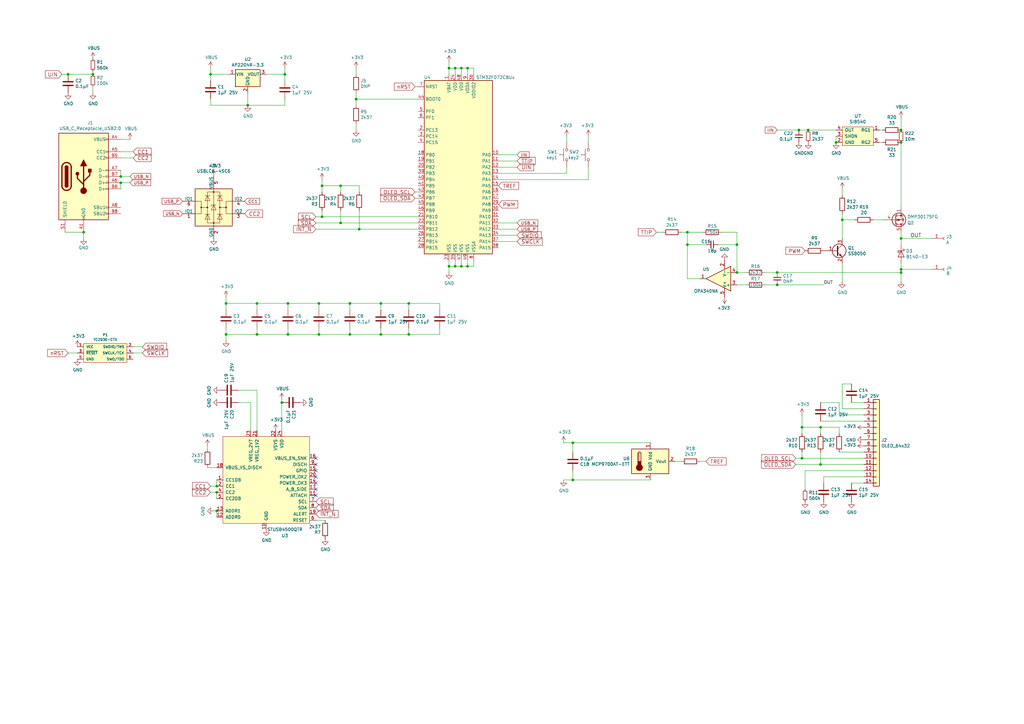
<source format=kicad_sch>
(kicad_sch (version 20211123) (generator eeschema)
  (paper "A3")
  (junction (at 132.08 76.2))
  (junction (at 101.6 43.18))
  (junction (at 49.53 74.93))
  (junction (at 302.26 100.33))
  (junction (at 139.7 91.44))
  (junction (at 167.64 137.16))
  (junction (at 184.15 27.94))
  (junction (at 328.93 175.26))
  (junction (at 234.95 196.85))
  (junction (at 342.9 58.42))
  (junction (at 86.36 30.48))
  (junction (at 88.9 201.93))
  (junction (at 118.11 137.16))
  (junction (at 345.44 90.17))
  (junction (at 186.69 109.22))
  (junction (at 146.05 40.64))
  (junction (at 34.29 95.25))
  (junction (at 336.55 175.26))
  (junction (at 186.69 27.94))
  (junction (at 115.57 165.1))
  (junction (at 234.95 181.61))
  (junction (at 331.47 53.34))
  (junction (at 369.57 53.34))
  (junction (at 132.08 88.9))
  (junction (at 88.9 199.39))
  (junction (at 336.55 190.5))
  (junction (at 184.15 109.22))
  (junction (at 191.77 109.22))
  (junction (at 318.77 111.76))
  (junction (at 369.57 58.42))
  (junction (at 281.94 95.25))
  (junction (at 27.94 30.48))
  (junction (at 88.9 209.55))
  (junction (at 191.77 27.94))
  (junction (at 328.93 187.96))
  (junction (at 130.81 124.46))
  (junction (at 302.26 111.76))
  (junction (at 105.41 124.46))
  (junction (at 130.81 137.16))
  (junction (at 49.53 72.39))
  (junction (at 92.71 124.46))
  (junction (at 139.7 76.2))
  (junction (at 92.71 137.16))
  (junction (at 147.32 93.98))
  (junction (at 116.84 30.48))
  (junction (at 156.21 124.46))
  (junction (at 189.23 109.22))
  (junction (at 281.94 100.33))
  (junction (at 38.1 30.48))
  (junction (at 105.41 137.16))
  (junction (at 143.51 124.46))
  (junction (at 369.57 111.76))
  (junction (at 369.57 97.79))
  (junction (at 318.77 116.84))
  (junction (at 167.64 124.46))
  (junction (at 189.23 27.94))
  (junction (at 143.51 137.16))
  (junction (at 327.66 53.34))
  (junction (at 118.11 124.46))
  (junction (at 369.57 110.49))
  (junction (at 156.21 137.16))
  (no_connect (at 129.54 190.5))
  (no_connect (at 129.54 187.96))
  (no_connect (at 129.54 200.66))
  (no_connect (at 129.54 203.2))
  (no_connect (at 129.54 198.12))
  (no_connect (at 129.54 195.58))
  (no_connect (at 129.54 193.04))
  (wire (pts (xy 186.69 27.94) (xy 186.69 30.48)))
  (wire (pts (xy 184.15 27.94) (xy 186.69 27.94)))
  (wire (pts (xy 345.44 77.47) (xy 345.44 80.01)))
  (wire (pts (xy 369.57 58.42) (xy 369.57 85.09)))
  (wire (pts (xy 189.23 106.68) (xy 189.23 109.22)))
  (wire (pts (xy 171.45 88.9) (xy 132.08 88.9)))
  (wire (pts (xy 369.57 97.79) (xy 382.27 97.79)))
  (wire (pts (xy 327.66 53.34) (xy 318.77 53.34)))
  (wire (pts (xy 361.95 58.42) (xy 360.68 58.42)))
  (wire (pts (xy 328.93 175.26) (xy 336.55 175.26)))
  (wire (pts (xy 281.94 100.33) (xy 289.56 100.33)))
  (wire (pts (xy 281.94 95.25) (xy 288.29 95.25)))
  (wire (pts (xy 86.36 30.48) (xy 86.36 33.02)))
  (wire (pts (xy 234.95 185.42) (xy 234.95 181.61)))
  (wire (pts (xy 115.57 163.83) (xy 115.57 165.1)))
  (wire (pts (xy 204.47 96.52) (xy 212.09 96.52)))
  (wire (pts (xy 105.41 127) (xy 105.41 124.46)))
  (wire (pts (xy 116.84 30.48) (xy 116.84 33.02)))
  (wire (pts (xy 109.22 30.48) (xy 116.84 30.48)))
  (wire (pts (xy 345.44 157.48) (xy 349.25 157.48)))
  (wire (pts (xy 354.33 172.72) (xy 336.55 172.72)))
  (wire (pts (xy 38.1 29.21) (xy 38.1 30.48)))
  (wire (pts (xy 184.15 106.68) (xy 184.15 109.22)))
  (wire (pts (xy 156.21 124.46) (xy 156.21 127)))
  (wire (pts (xy 266.7 181.61) (xy 234.95 181.61)))
  (wire (pts (xy 186.69 27.94) (xy 189.23 27.94)))
  (wire (pts (xy 382.27 110.49) (xy 369.57 110.49)))
  (wire (pts (xy 132.08 73.66) (xy 132.08 76.2)))
  (wire (pts (xy 330.2 193.04) (xy 354.33 193.04)))
  (wire (pts (xy 302.26 116.84) (xy 306.07 116.84)))
  (wire (pts (xy 289.56 189.23) (xy 287.02 189.23)))
  (wire (pts (xy 49.53 72.39) (xy 53.34 72.39)))
  (wire (pts (xy 369.57 97.79) (xy 369.57 100.33)))
  (wire (pts (xy 184.15 109.22) (xy 184.15 111.76)))
  (wire (pts (xy 281.94 114.3) (xy 281.94 100.33)))
  (wire (pts (xy 87.63 209.55) (xy 88.9 209.55)))
  (wire (pts (xy 147.32 76.2) (xy 147.32 78.74)))
  (wire (pts (xy 369.57 107.95) (xy 369.57 110.49)))
  (wire (pts (xy 58.42 142.24) (xy 54.61 142.24)))
  (wire (pts (xy 281.94 100.33) (xy 281.94 95.25)))
  (wire (pts (xy 102.87 165.1) (xy 97.79 165.1)))
  (wire (pts (xy 358.14 90.17) (xy 361.95 90.17)))
  (wire (pts (xy 204.47 63.5) (xy 212.09 63.5)))
  (wire (pts (xy 86.36 27.94) (xy 86.36 30.48)))
  (wire (pts (xy 146.05 40.64) (xy 171.45 40.64)))
  (wire (pts (xy 92.71 137.16) (xy 92.71 139.7)))
  (wire (pts (xy 234.95 193.04) (xy 234.95 196.85)))
  (wire (pts (xy 139.7 76.2) (xy 147.32 76.2)))
  (wire (pts (xy 302.26 100.33) (xy 302.26 111.76)))
  (wire (pts (xy 344.17 175.26) (xy 336.55 175.26)))
  (wire (pts (xy 102.87 176.53) (xy 102.87 165.1)))
  (wire (pts (xy 328.93 187.96) (xy 354.33 187.96)))
  (wire (pts (xy 49.53 77.47) (xy 49.53 74.93)))
  (wire (pts (xy 345.44 90.17) (xy 345.44 97.79)))
  (wire (pts (xy 105.41 124.46) (xy 118.11 124.46)))
  (wire (pts (xy 232.41 68.58) (xy 232.41 71.12)))
  (wire (pts (xy 167.64 127) (xy 167.64 124.46)))
  (wire (pts (xy 116.84 27.94) (xy 116.84 30.48)))
  (wire (pts (xy 232.41 55.88) (xy 232.41 58.42)))
  (wire (pts (xy 344.17 177.8) (xy 344.17 175.26)))
  (wire (pts (xy 345.44 167.64) (xy 345.44 157.48)))
  (wire (pts (xy 234.95 181.61) (xy 231.14 181.61)))
  (wire (pts (xy 266.7 196.85) (xy 234.95 196.85)))
  (wire (pts (xy 132.08 76.2) (xy 139.7 76.2)))
  (wire (pts (xy 105.41 137.16) (xy 105.41 134.62)))
  (wire (pts (xy 118.11 137.16) (xy 118.11 134.62)))
  (wire (pts (xy 269.24 95.25) (xy 271.78 95.25)))
  (wire (pts (xy 49.53 74.93) (xy 53.34 74.93)))
  (wire (pts (xy 53.34 57.15) (xy 49.53 57.15)))
  (wire (pts (xy 132.08 76.2) (xy 132.08 78.74)))
  (wire (pts (xy 92.71 137.16) (xy 105.41 137.16)))
  (wire (pts (xy 156.21 137.16) (xy 156.21 134.62)))
  (wire (pts (xy 115.57 176.53) (xy 115.57 165.1)))
  (wire (pts (xy 143.51 124.46) (xy 156.21 124.46)))
  (wire (pts (xy 171.45 35.56) (xy 170.18 35.56)))
  (wire (pts (xy 318.77 116.84) (xy 337.82 116.84)))
  (wire (pts (xy 369.57 95.25) (xy 369.57 97.79)))
  (wire (pts (xy 184.15 27.94) (xy 184.15 30.48)))
  (wire (pts (xy 279.4 189.23) (xy 276.86 189.23)))
  (wire (pts (xy 26.67 95.25) (xy 34.29 95.25)))
  (wire (pts (xy 306.07 111.76) (xy 302.26 111.76)))
  (wire (pts (xy 49.53 62.23) (xy 54.61 62.23)))
  (wire (pts (xy 191.77 27.94) (xy 194.31 27.94)))
  (wire (pts (xy 130.81 124.46) (xy 143.51 124.46)))
  (wire (pts (xy 302.26 95.25) (xy 302.26 100.33)))
  (wire (pts (xy 344.17 165.1) (xy 344.17 170.18)))
  (wire (pts (xy 294.64 100.33) (xy 302.26 100.33)))
  (wire (pts (xy 191.77 27.94) (xy 191.77 30.48)))
  (wire (pts (xy 241.3 55.88) (xy 241.3 58.42)))
  (wire (pts (xy 204.47 93.98) (xy 212.09 93.98)))
  (wire (pts (xy 105.41 176.53) (xy 105.41 160.02)))
  (wire (pts (xy 101.6 38.1) (xy 101.6 43.18)))
  (wire (pts (xy 86.36 40.64) (xy 86.36 43.18)))
  (wire (pts (xy 86.36 199.39) (xy 88.9 199.39)))
  (wire (pts (xy 354.33 198.12) (xy 349.25 198.12)))
  (wire (pts (xy 129.54 91.44) (xy 139.7 91.44)))
  (wire (pts (xy 88.9 209.55) (xy 88.9 212.09)))
  (wire (pts (xy 184.15 109.22) (xy 186.69 109.22)))
  (wire (pts (xy 34.29 95.25) (xy 34.29 97.79)))
  (wire (pts (xy 336.55 190.5) (xy 354.33 190.5)))
  (wire (pts (xy 241.3 73.66) (xy 241.3 68.58)))
  (wire (pts (xy 328.93 187.96) (xy 328.93 185.42)))
  (wire (pts (xy 337.82 198.12) (xy 337.82 195.58)))
  (wire (pts (xy 194.31 27.94) (xy 194.31 30.48)))
  (wire (pts (xy 345.44 115.57) (xy 345.44 107.95)))
  (wire (pts (xy 186.69 109.22) (xy 189.23 109.22)))
  (wire (pts (xy 146.05 40.64) (xy 146.05 43.18)))
  (wire (pts (xy 336.55 175.26) (xy 336.55 177.8)))
  (wire (pts (xy 105.41 137.16) (xy 118.11 137.16)))
  (wire (pts (xy 54.61 64.77) (xy 49.53 64.77)))
  (wire (pts (xy 180.34 134.62) (xy 180.34 137.16)))
  (wire (pts (xy 191.77 109.22) (xy 194.31 109.22)))
  (wire (pts (xy 129.54 213.36) (xy 133.35 213.36)))
  (wire (pts (xy 349.25 165.1) (xy 354.33 165.1)))
  (wire (pts (xy 186.69 106.68) (xy 186.69 109.22)))
  (wire (pts (xy 330.2 200.66) (xy 330.2 193.04)))
  (wire (pts (xy 130.81 124.46) (xy 130.81 127)))
  (wire (pts (xy 92.71 134.62) (xy 92.71 137.16)))
  (wire (pts (xy 143.51 137.16) (xy 156.21 137.16)))
  (wire (pts (xy 180.34 124.46) (xy 167.64 124.46)))
  (wire (pts (xy 326.39 187.96) (xy 328.93 187.96)))
  (wire (pts (xy 318.77 111.76) (xy 313.69 111.76)))
  (wire (pts (xy 167.64 137.16) (xy 156.21 137.16)))
  (wire (pts (xy 318.77 111.76) (xy 369.57 111.76)))
  (wire (pts (xy 369.57 111.76) (xy 369.57 115.57)))
  (wire (pts (xy 129.54 93.98) (xy 147.32 93.98)))
  (wire (pts (xy 92.71 124.46) (xy 92.71 127)))
  (wire (pts (xy 146.05 27.94) (xy 146.05 30.48)))
  (wire (pts (xy 92.71 124.46) (xy 105.41 124.46)))
  (wire (pts (xy 189.23 109.22) (xy 191.77 109.22)))
  (wire (pts (xy 204.47 71.12) (xy 232.41 71.12)))
  (wire (pts (xy 146.05 38.1) (xy 146.05 40.64)))
  (wire (pts (xy 204.47 73.66) (xy 241.3 73.66)))
  (wire (pts (xy 171.45 93.98) (xy 147.32 93.98)))
  (wire (pts (xy 118.11 137.16) (xy 130.81 137.16)))
  (wire (pts (xy 86.36 201.93) (xy 88.9 201.93)))
  (wire (pts (xy 337.82 195.58) (xy 354.33 195.58)))
  (wire (pts (xy 130.81 137.16) (xy 130.81 134.62)))
  (wire (pts (xy 369.57 110.49) (xy 369.57 111.76)))
  (wire (pts (xy 326.39 190.5) (xy 336.55 190.5)))
  (wire (pts (xy 336.55 190.5) (xy 336.55 185.42)))
  (wire (pts (xy 101.6 43.18) (xy 116.84 43.18)))
  (wire (pts (xy 369.57 53.34) (xy 369.57 48.26)))
  (wire (pts (xy 92.71 121.92) (xy 92.71 124.46)))
  (wire (pts (xy 49.53 69.85) (xy 49.53 72.39)))
  (wire (pts (xy 342.9 55.88) (xy 342.9 58.42)))
  (wire (pts (xy 331.47 53.34) (xy 327.66 53.34)))
  (wire (pts (xy 147.32 86.36) (xy 147.32 93.98)))
  (wire (pts (xy 328.93 175.26) (xy 328.93 177.8)))
  (wire (pts (xy 204.47 91.44) (xy 212.09 91.44)))
  (wire (pts (xy 105.41 160.02) (xy 97.79 160.02)))
  (wire (pts (xy 189.23 27.94) (xy 189.23 30.48)))
  (wire (pts (xy 204.47 66.04) (xy 212.09 66.04)))
  (wire (pts (xy 85.09 184.15) (xy 85.09 182.88)))
  (wire (pts (xy 88.9 201.93) (xy 88.9 204.47)))
  (wire (pts (xy 184.15 25.4) (xy 184.15 27.94)))
  (wire (pts (xy 167.64 124.46) (xy 156.21 124.46)))
  (wire (pts (xy 139.7 91.44) (xy 171.45 91.44)))
  (wire (pts (xy 85.09 191.77) (xy 88.9 191.77)))
  (wire (pts (xy 345.44 90.17) (xy 350.52 90.17)))
  (wire (pts (xy 345.44 87.63) (xy 345.44 90.17)))
  (wire (pts (xy 342.9 53.34) (xy 331.47 53.34)))
  (wire (pts (xy 139.7 91.44) (xy 139.7 86.36)))
  (wire (pts (xy 139.7 76.2) (xy 139.7 78.74)))
  (wire (pts (xy 130.81 137.16) (xy 143.51 137.16)))
  (wire (pts (xy 118.11 124.46) (xy 118.11 127)))
  (wire (pts (xy 234.95 196.85) (xy 231.14 196.85)))
  (wire (pts (xy 279.4 95.25) (xy 281.94 95.25)))
  (wire (pts (xy 129.54 88.9) (xy 132.08 88.9)))
  (wire (pts (xy 116.84 43.18) (xy 116.84 40.64)))
  (wire (pts (xy 204.47 99.06) (xy 212.09 99.06)))
  (wire (pts (xy 328.93 170.18) (xy 328.93 175.26)))
  (wire (pts (xy 344.17 170.18) (xy 354.33 170.18)))
  (wire (pts (xy 361.95 53.34) (xy 360.68 53.34)))
  (wire (pts (xy 313.69 116.84) (xy 318.77 116.84)))
  (wire (pts (xy 118.11 124.46) (xy 130.81 124.46)))
  (wire (pts (xy 180.34 127) (xy 180.34 124.46)))
  (wire (pts (xy 354.33 167.64) (xy 345.44 167.64)))
  (wire (pts (xy 58.42 144.78) (xy 54.61 144.78)))
  (wire (pts (xy 86.36 43.18) (xy 101.6 43.18)))
  (wire (pts (xy 38.1 30.48) (xy 27.94 30.48)))
  (wire (pts (xy 212.09 68.58) (xy 204.47 68.58)))
  (wire (pts (xy 146.05 50.8) (xy 146.05 53.34)))
  (wire (pts (xy 194.31 109.22) (xy 194.31 106.68)))
  (wire (pts (xy 27.94 144.78) (xy 31.75 144.78)))
  (wire (pts (xy 295.91 95.25) (xy 302.26 95.25)))
  (wire (pts (xy 171.45 78.74) (xy 170.18 78.74)))
  (wire (pts (xy 336.55 165.1) (xy 344.17 165.1)))
  (wire (pts (xy 180.34 137.16) (xy 167.64 137.16)))
  (wire (pts (xy 354.33 185.42) (xy 344.17 185.42)))
  (wire (pts (xy 38.1 35.56) (xy 38.1 38.1)))
  (wire (pts (xy 86.36 30.48) (xy 93.98 30.48)))
  (wire (pts (xy 27.94 30.48) (xy 25.4 30.48)))
  (wire (pts (xy 170.18 81.28) (xy 171.45 81.28)))
  (wire (pts (xy 281.94 114.3) (xy 287.02 114.3)))
  (wire (pts (xy 189.23 27.94) (xy 191.77 27.94)))
  (wire (pts (xy 167.64 134.62) (xy 167.64 137.16)))
  (wire (pts (xy 143.51 137.16) (xy 143.51 134.62)))
  (wire (pts (xy 88.9 199.39) (xy 88.9 196.85)))
  (wire (pts (xy 132.08 88.9) (xy 132.08 86.36)))
  (wire (pts (xy 191.77 109.22) (xy 191.77 106.68)))
  (wire (pts (xy 143.51 124.46) (xy 143.51 127)))
  (label "OUT" (at 337.82 116.84 0))
  (label "OUT" (at 373.38 97.79 0) (effects (font (size 1.524 1.524))))
  (global_label "PWM" (shape input) (at 204.47 83.82 0) (effects (font (size 1.524 1.524))) (property "Intersheet References" "${INTERSHEET_REFS}" (effects hide)))
  (global_label "OLED_SDA" (shape input) (at 326.39 190.5 180) (effects (font (size 1.524 1.524))) (property "Intersheet References" "${INTERSHEET_REFS}" (effects hide)))
  (global_label "OLED_SDA" (shape input) (at 170.18 81.28 180) (effects (font (size 1.524 1.524))) (property "Intersheet References" "${INTERSHEET_REFS}" (effects hide)))
  (global_label "SDA" (shape input) (at 129.54 91.44 180) (effects (font (size 1.524 1.524))) (property "Intersheet References" "${INTERSHEET_REFS}" (effects hide)))
  (global_label "USB_N" (shape input) (at 74.93 87.63 180) (effects (font (size 1.1684 1.1684))) (property "Intersheet References" "${INTERSHEET_REFS}" (effects hide)))
  (global_label "INT_N" (shape input) (at 129.54 210.82 0) (effects (font (size 1.524 1.524))) (property "Intersheet References" "${INTERSHEET_REFS}" (effects hide)))
  (global_label "CC2" (shape input) (at 86.36 201.93 180) (effects (font (size 1.524 1.524))) (property "Intersheet References" "${INTERSHEET_REFS}" (effects hide)))
  (global_label "OLED_SCL" (shape input) (at 170.18 78.74 180) (effects (font (size 1.524 1.524))) (property "Intersheet References" "${INTERSHEET_REFS}" (effects hide)))
  (global_label "USB_N" (shape input) (at 212.09 91.44 0) (property "Intersheet References" "${INTERSHEET_REFS}" (effects hide)))
  (global_label "TTIP" (shape input) (at 269.24 95.25 180) (effects (font (size 1.524 1.524))) (property "Intersheet References" "${INTERSHEET_REFS}" (effects hide)))
  (global_label "OLED_SCL" (shape input) (at 326.39 187.96 180) (effects (font (size 1.524 1.524))) (property "Intersheet References" "${INTERSHEET_REFS}" (effects hide)))
  (global_label "USB_P" (shape input) (at 74.93 82.55 180) (property "Intersheet References" "${INTERSHEET_REFS}" (effects hide)))
  (global_label "TREF" (shape input) (at 204.47 76.2 0) (effects (font (size 1.524 1.524))) (property "Intersheet References" "${INTERSHEET_REFS}" (effects hide)))
  (global_label "SCL" (shape input) (at 129.54 205.74 0) (effects (font (size 1.524 1.524))) (property "Intersheet References" "${INTERSHEET_REFS}" (effects hide)))
  (global_label "SDA" (shape input) (at 129.54 208.28 0) (effects (font (size 1.524 1.524))) (property "Intersheet References" "${INTERSHEET_REFS}" (effects hide)))
  (global_label "IIN" (shape input) (at 212.09 63.5 0) (property "Intersheet References" "${INTERSHEET_REFS}" (effects hide)))
  (global_label "nRST" (shape input) (at 170.18 35.56 180) (effects (font (size 1.524 1.524))) (property "Intersheet References" "${INTERSHEET_REFS}" (effects hide)))
  (global_label "nRST" (shape input) (at 27.94 144.78 180) (effects (font (size 1.524 1.524))) (property "Intersheet References" "${INTERSHEET_REFS}" (effects hide)))
  (global_label "INT_N" (shape input) (at 129.54 93.98 180) (effects (font (size 1.524 1.524))) (property "Intersheet References" "${INTERSHEET_REFS}" (effects hide)))
  (global_label "SWDIO" (shape input) (at 58.42 142.24 0) (effects (font (size 1.524 1.524))) (property "Intersheet References" "${INTERSHEET_REFS}" (effects hide)))
  (global_label "CC1" (shape input) (at 100.33 82.55 0) (property "Intersheet References" "${INTERSHEET_REFS}" (effects hide)))
  (global_label "SWCLK" (shape input) (at 212.09 99.06 0) (effects (font (size 1.524 1.524))) (property "Intersheet References" "${INTERSHEET_REFS}" (effects hide)))
  (global_label "SWDIO" (shape input) (at 212.09 96.52 0) (effects (font (size 1.524 1.524))) (property "Intersheet References" "${INTERSHEET_REFS}" (effects hide)))
  (global_label "UIN" (shape input) (at 212.09 68.58 0) (effects (font (size 1.524 1.524))) (property "Intersheet References" "${INTERSHEET_REFS}" (effects hide)))
  (global_label "CC2" (shape input) (at 100.33 87.63 0) (effects (font (size 1.524 1.524))) (property "Intersheet References" "${INTERSHEET_REFS}" (effects hide)))
  (global_label "USB_P" (shape input) (at 212.09 93.98 0) (property "Intersheet References" "${INTERSHEET_REFS}" (effects hide)))
  (global_label "IIN" (shape input) (at 318.77 53.34 180) (property "Intersheet References" "${INTERSHEET_REFS}" (effects hide)))
  (global_label "TREF" (shape input) (at 289.56 189.23 0) (effects (font (size 1.524 1.524))) (property "Intersheet References" "${INTERSHEET_REFS}" (effects hide)))
  (global_label "USB_P" (shape input) (at 53.34 74.93 0) (property "Intersheet References" "${INTERSHEET_REFS}" (effects hide)))
  (global_label "UIN" (shape input) (at 25.4 30.48 180) (effects (font (size 1.524 1.524))) (property "Intersheet References" "${INTERSHEET_REFS}" (effects hide)))
  (global_label "CC1" (shape input) (at 54.61 62.23 0) (effects (font (size 1.524 1.524))) (property "Intersheet References" "${INTERSHEET_REFS}" (effects hide)))
  (global_label "SCL" (shape input) (at 129.54 88.9 180) (effects (font (size 1.524 1.524))) (property "Intersheet References" "${INTERSHEET_REFS}" (effects hide)))
  (global_label "USB_N" (shape input) (at 53.34 72.39 0) (property "Intersheet References" "${INTERSHEET_REFS}" (effects hide)))
  (global_label "PWM" (shape input) (at 330.2 102.87 180) (effects (font (size 1.524 1.524))) (property "Intersheet References" "${INTERSHEET_REFS}" (effects hide)))
  (global_label "CC2" (shape input) (at 54.61 64.77 0) (effects (font (size 1.524 1.524))) (property "Intersheet References" "${INTERSHEET_REFS}" (effects hide)))
  (global_label "CC1" (shape input) (at 86.36 199.39 180) (effects (font (size 1.524 1.524))) (property "Intersheet References" "${INTERSHEET_REFS}" (effects hide)))
  (global_label "SWCLK" (shape input) (at 58.42 144.78 0) (effects (font (size 1.524 1.524))) (property "Intersheet References" "${INTERSHEET_REFS}" (effects hide)))
  (global_label "TTIP" (shape input) (at 212.09 66.04 0) (effects (font (size 1.524 1.524))) (property "Intersheet References" "${INTERSHEET_REFS}" (effects hide)))
  (symbol (lib_id "power:+3V3") (at 184.15 25.4 0) (unit 1)
    (property "Reference" "#PWR0101" (effects hide))
    (property "Value" "+3V3" (at 184.531 21.0058 0))
  )
  (symbol (lib_id "power:+3V3") (at 146.05 27.94 0) (unit 1)
    (property "Reference" "#PWR0102" (effects hide))
    (property "Value" "+3V3" (at 146.431 23.5458 0))
  )
  (symbol (lib_id "power:+3V3") (at 132.08 73.66 0) (unit 1)
    (property "Reference" "#PWR0103" (effects hide))
    (property "Value" "+3V3" (at 132.461 69.2658 0))
  )
  (symbol (lib_id "power:+3V3") (at 92.71 121.92 0) (unit 1)
    (property "Reference" "#PWR0104" (effects hide))
    (property "Value" "+3V3" (at 93.091 117.5258 0))
  )
  (symbol (lib_id "power:+3V3") (at 232.41 55.88 0) (mirror y) (unit 1)
    (property "Reference" "#PWR0128" (effects hide))
    (property "Value" "+3V3" (at 232.029 51.4858 0))
  )
  (symbol (lib_id "power:GND") (at 146.05 53.34 0) (unit 1)
    (property "Reference" "#PWR0105" (effects hide))
    (property "Value" "GND" (at 146.177 57.7342 0))
  )
  (symbol (lib_id "power:GND") (at 184.15 111.76 0) (unit 1)
    (property "Reference" "#PWR0106" (effects hide))
    (property "Value" "GND" (at 184.277 116.1542 0))
  )
  (symbol (lib_id "power:GND") (at 92.71 139.7 0) (unit 1)
    (property "Reference" "#PWR0108" (effects hide))
    (property "Value" "GND" (at 92.837 144.0942 0))
  )
  (symbol (lib_id "Device:R") (at 146.05 46.99 180) (unit 1)
    (property "Reference" "R5" (at 147.828 45.8216 0) (effects (justify right)))
    (property "Value" "2k37" (at 147.828 48.133 0) (effects (justify right)))
    (property "Footprint" "Resistor_SMD:R_0402_1005Metric" (effects hide))
  )
  (symbol (lib_id "Device:R") (at 132.08 82.55 180) (unit 1)
    (property "Reference" "R3" (at 130.3274 83.7184 0) (effects (justify left)))
    (property "Value" "2k37" (at 130.3274 81.407 0) (effects (justify left)))
    (property "Footprint" "Resistor_SMD:R_0402_1005Metric" (effects hide))
  )
  (symbol (lib_id "Device:R") (at 139.7 82.55 180) (unit 1)
    (property "Reference" "R4" (at 137.9474 83.7184 0) (effects (justify left)))
    (property "Value" "2k37" (at 137.9474 81.407 0) (effects (justify left)))
    (property "Footprint" "Resistor_SMD:R_0402_1005Metric" (effects hide))
  )
  (symbol (lib_id "Device:R") (at 147.32 82.55 180) (unit 1)
    (property "Reference" "R6" (at 145.5674 83.7184 0) (effects (justify left)))
    (property "Value" "2k37" (at 145.5674 81.407 0) (effects (justify left)))
    (property "Footprint" "Resistor_SMD:R_0402_1005Metric" (effects hide))
  )
  (symbol (lib_id "Switch:SW_Push") (at 232.41 63.5 90) (mirror x) (unit 1)
    (property "Reference" "SW1" (at 228.6508 62.3316 90) (effects (justify left)))
    (property "Value" "key1" (at 228.6508 64.643 90) (effects (justify left)))
    (property "Footprint" "Button_Switch_SMD:SW_SPST_PTS810" (effects hide))
  )
  (symbol (lib_id "Device:C") (at 92.71 130.81 0) (unit 1)
    (property "Reference" "C3" (at 95.631 129.6416 0) (effects (justify left)))
    (property "Value" "0.1μF" (at 95.631 131.953 0) (effects (justify left)))
    (property "Footprint" "Capacitor_SMD:C_0402_1005Metric" (effects hide))
  )
  (symbol (lib_id "Device:C") (at 105.41 130.81 0) (unit 1)
    (property "Reference" "C5" (at 108.331 129.6416 0) (effects (justify left)))
    (property "Value" "0.1μF" (at 108.331 131.953 0) (effects (justify left)))
    (property "Footprint" "Capacitor_SMD:C_0402_1005Metric" (effects hide))
  )
  (symbol (lib_id "Device:C") (at 118.11 130.81 0) (unit 1)
    (property "Reference" "C6" (at 121.031 129.6416 0) (effects (justify left)))
    (property "Value" "0.1μF" (at 121.031 131.953 0) (effects (justify left)))
    (property "Footprint" "Capacitor_SMD:C_0402_1005Metric" (effects hide))
  )
  (symbol (lib_id "Device:C") (at 130.81 130.81 0) (mirror y) (unit 1)
    (property "Reference" "C7" (at 133.731 129.6416 0) (effects (justify right)))
    (property "Value" "0.1μF" (at 133.731 131.953 0) (effects (justify right)))
    (property "Footprint" "Capacitor_SMD:C_0402_1005Metric" (effects hide))
  )
  (symbol (lib_id "Device:C") (at 143.51 130.81 0) (unit 1)
    (property "Reference" "C8" (at 146.431 129.6416 0) (effects (justify left)))
    (property "Value" "0.1μF" (at 146.431 131.953 0) (effects (justify left)))
    (property "Footprint" "Capacitor_SMD:C_0402_1005Metric" (effects hide))
  )
  (symbol (lib_id "Device:C") (at 156.21 130.81 0) (unit 1)
    (property "Reference" "C9" (at 159.131 129.6416 0) (effects (justify left)))
    (property "Value" "1μF 25V" (at 159.131 131.953 0) (effects (justify left)))
    (property "Footprint" "Capacitor_SMD:C_0603_1608Metric" (effects hide))
  )
  (symbol (lib_id "MCU_ST_STM32F0:STM32F072C8Ux") (at 189.23 68.58 0) (unit 1)
    (property "Reference" "U4" (at 175.26 31.75 0))
    (property "Value" "STM32F072CBUx" (at 203.2 31.75 0))
    (property "Footprint" "Package_DFN_QFN:QFN-48-1EP_7x7mm_P0.5mm_EP5.6x5.6mm" (effects hide))
    (property "Datasheet" "http://www.st.com/st-web-ui/static/active/en/resource/technical/document/datasheet/DM00090510.pdf" (effects hide))
  )
  (symbol (lib_id "Device:C") (at 86.36 36.83 0)
    (property "Reference" "C1" (at 89.281 35.6616 0) (effects (justify left)))
    (property "Value" "1μF 25V" (at 89.281 37.973 0) (effects (justify left)))
    (property "Footprint" "Capacitor_SMD:C_0603_1608Metric" (effects hide))
  )
  (symbol (lib_id "Device:C") (at 116.84 36.83 0)
    (property "Reference" "C4" (at 119.761 35.6616 0) (effects (justify left)))
    (property "Value" "1μF 25V" (at 119.761 37.973 0) (effects (justify left)))
    (property "Footprint" "Capacitor_SMD:C_0603_1608Metric" (effects hide))
  )
  (symbol (lib_id "power:VBUS") (at 86.36 27.94 0)
    (property "Reference" "#PWR0109" (effects hide))
    (property "Value" "VBUS" (at 86.741 23.5458 0))
  )
  (symbol (lib_id "power:GND") (at 101.6 43.18 0)
    (property "Reference" "#PWR0110" (effects hide))
    (property "Value" "GND" (at 101.727 47.5742 0))
  )
  (symbol (lib_id "power:+3V3") (at 116.84 27.94 0)
    (property "Reference" "#PWR0111" (effects hide))
    (property "Value" "+3V3" (at 117.221 23.5458 0))
  )
  (symbol (lib_id "Regulator_Linear:AP2204R-3.3") (at 101.6 30.48 0)
    (property "Reference" "U2" (at 101.6 24.3332 0))
    (property "Value" "AP2204R-3.3" (at 101.6 26.6446 0))
    (property "Footprint" "Package_TO_SOT_SMD:SOT-89-3" (effects hide))
    (property "Datasheet" "https://www.diodes.com/assets/Datasheets/AP2204.pdf" (effects hide))
  )
  (symbol (lib_id "TS100C-rescue:DMP3017SFG-pd-buddy-pd-buddy-sink-rescue-pd-buddy-sink-rescue-usb-c-otter-rescue-usb-c-otter-rescue") (at 367.03 90.17 0) (mirror x)
    (property "Reference" "Q2" (at 372.11 91.44 0) (effects (justify left)))
    (property "Value" "DMP3017SFG" (at 372.11 88.9 0) (effects (justify left)))
    (property "Footprint" "otter:Diodes_PowerDI3333-8" (effects hide))
    (property "Datasheet" "https://www.diodes.com/assets/Datasheets/DMP3017SFG.pdf" (effects hide))
  )
  (symbol (lib_id "power:VBUS") (at 345.44 77.47 0)
    (property "Reference" "#PWR0112" (effects hide))
    (property "Value" "VBUS" (at 345.821 73.0758 0))
  )
  (symbol (lib_id "power:GND") (at 369.57 115.57 0)
    (property "Reference" "#PWR0113" (effects hide))
    (property "Value" "GND" (at 369.697 119.9642 0))
  )
  (symbol (lib_id "power:GND") (at 345.44 115.57 0)
    (property "Reference" "#PWR0114" (effects hide))
    (property "Value" "GND" (at 345.567 119.9642 0))
  )
  (symbol (lib_id "Device:R") (at 345.44 83.82 0)
    (property "Reference" "R12" (at 347.218 82.6516 0) (effects (justify left)))
    (property "Value" "2k37" (at 347.218 84.963 0) (effects (justify left)))
    (property "Footprint" "Resistor_SMD:R_0402_1005Metric" (effects hide))
  )
  (symbol (lib_id "Device:R") (at 334.01 102.87 90) (mirror x)
    (property "Reference" "R9" (at 334.01 97.6122 90))
    (property "Value" "2k37" (at 334.01 99.9236 90))
    (property "Footprint" "Resistor_SMD:R_0402_1005Metric" (effects hide))
  )
  (symbol (lib_id "Transistor_BJT:MMBT3904") (at 342.9 102.87 0)
    (property "Reference" "Q1" (at 347.7514 101.7016 0) (effects (justify left)))
    (property "Value" "SS8050" (at 347.7514 104.013 0) (effects (justify left)))
    (property "Footprint" "Package_TO_SOT_SMD:SOT-23" (effects hide))
    (property "Datasheet" "https://www.fairchildsemi.com/datasheets/2N/2N3904.pdf" (effects hide))
  )
  (symbol (lib_id "Diode:B140-E3") (at 369.57 104.14 270)
    (property "Reference" "D3" (at 371.5766 102.9716 90) (effects (justify left)))
    (property "Value" "B140-E3" (at 371.5766 105.283 90) (effects (justify left)))
    (property "Footprint" "Diode_SMD:D_SOD-123F" (effects hide))
    (property "Datasheet" "http://www.vishay.com/docs/88946/b120.pdf" (effects hide))
  )
  (symbol (lib_id "Device:C") (at 167.64 130.81 0)
    (property "Reference" "C10" (at 170.561 129.6416 0) (effects (justify left)))
    (property "Value" "0.1μF" (at 170.561 131.953 0) (effects (justify left)))
    (property "Footprint" "Capacitor_SMD:C_0402_1005Metric" (effects hide))
  )
  (symbol (lib_id "Device:C") (at 180.34 130.81 0)
    (property "Reference" "C11" (at 183.261 129.6416 0) (effects (justify left)))
    (property "Value" "1μF 25V" (at 183.261 131.953 0) (effects (justify left)))
    (property "Footprint" "Capacitor_SMD:C_0603_1608Metric" (effects hide))
  )
  (symbol (lib_id "power:VBUS") (at 53.34 57.15 0)
    (property "Reference" "#PWR0118" (effects hide))
    (property "Value" "VBUS" (at 53.721 52.7558 0))
  )
  (symbol (lib_id "power:GND") (at 87.63 97.79 0)
    (property "Reference" "#PWR0120" (effects hide))
    (property "Value" "GND" (at 87.757 102.1842 0))
  )
  (symbol (lib_id "power:+3V3") (at 87.63 72.39 0)
    (property "Reference" "#PWR0121" (effects hide))
    (property "Value" "+3V3" (at 88.011 67.9958 0))
  )
  (symbol (lib_id "TS100C-rescue:TC2030-CTX-Tag-Connect-pd-buddy-sink-rescue-usb-c-otter-rescue-usb-c-otter-rescue") (at 43.18 144.78 0) (unit 1)
    (property "Reference" "P1" (at 43.18 137.3632 0) (effects (font (size 1.016 1.016))))
    (property "Value" "TC2030-CTX" (at 43.18 139.2936 0) (effects (font (size 1.016 1.016))))
    (property "Footprint" "Tag-Connect:TC2030-NL_SMALL" (effects hide))
  )
  (symbol (lib_id "power:GND") (at 31.75 147.32 0) (unit 1)
    (property "Reference" "#PWR0123" (effects hide))
    (property "Value" "GND" (at 31.877 151.7142 0))
  )
  (symbol (lib_id "power:+3V3") (at 31.75 142.24 0)
    (property "Reference" "#PWR0124" (effects hide))
    (property "Value" "+3V3" (at 32.131 137.8458 0))
  )
  (symbol (lib_id "Device:R") (at 146.05 34.29 180) (unit 1)
    (property "Reference" "J5" (at 147.828 33.1216 0) (effects (justify right)))
    (property "Value" "DNP" (at 147.828 35.433 0) (effects (justify right)))
    (property "Footprint" "Resistor_SMD:R_0402_1005Metric" (effects hide))
  )
  (symbol (lib_id "Device:R_Small") (at 38.1 33.02 0) (unit 1)
    (property "Reference" "R2" (at 39.5986 31.8516 0) (effects (justify left)))
    (property "Value" "100k" (at 39.5986 34.163 0) (effects (justify left)))
    (property "Footprint" "Resistor_SMD:R_0402_1005Metric" (effects hide))
  )
  (symbol (lib_id "power:GND") (at 38.1 38.1 0)
    (property "Reference" "#PWR0125" (effects hide))
    (property "Value" "GND" (at 38.227 42.4942 0))
  )
  (symbol (lib_id "Device:C") (at 27.94 34.29 0)
    (property "Reference" "C2" (at 30.861 33.1216 0) (effects (justify left)))
    (property "Value" "0.1μF" (at 30.861 35.433 0) (effects (justify left)))
    (property "Footprint" "Capacitor_SMD:C_0402_1005Metric" (effects hide))
  )
  (symbol (lib_id "power:GND") (at 27.94 38.1 0)
    (property "Reference" "#PWR0126" (effects hide))
    (property "Value" "GND" (at 28.067 42.4942 0))
  )
  (symbol (lib_id "Device:R_Small") (at 38.1 26.67 0) (unit 1)
    (property "Reference" "R1" (at 39.5986 25.5016 0) (effects (justify left)))
    (property "Value" "560k" (at 39.5986 27.813 0) (effects (justify left)))
    (property "Footprint" "Resistor_SMD:R_0402_1005Metric" (effects hide))
  )
  (symbol (lib_id "power:VBUS") (at 38.1 24.13 0)
    (property "Reference" "#PWR0127" (effects hide))
    (property "Value" "VBUS" (at 38.481 19.7358 0))
  )
  (symbol (lib_id "power:VBUS") (at 369.57 48.26 0)
    (property "Reference" "#PWR0135" (effects hide))
    (property "Value" "VBUS" (at 369.951 43.8658 0))
  )
  (symbol (lib_id "power:GND") (at 34.29 97.79 0) (unit 1)
    (property "Reference" "#PWR0119" (effects hide))
    (property "Value" "GND" (at 34.29 101.6 0))
  )
  (symbol (lib_id "Connector_Generic:Conn_01x14") (at 359.41 180.34 0) (unit 1)
    (property "Reference" "J2" (at 361.442 180.5432 0) (effects (justify left)))
    (property "Value" "OLED_64x32" (at 361.442 182.8546 0) (effects (justify left)))
    (property "Footprint" "otter:0.69OLED" (effects hide))
  )
  (symbol (lib_id "Device:C") (at 349.25 201.93 0)
    (property "Reference" "C15" (at 352.171 200.7616 0) (effects (justify left)))
    (property "Value" "1μF 25V" (at 352.171 203.073 0) (effects (justify left)))
    (property "Footprint" "Capacitor_SMD:C_0402_1005Metric" (effects hide))
  )
  (symbol (lib_id "power:GND") (at 349.25 205.74 0)
    (property "Reference" "#PWR0129" (effects hide))
    (property "Value" "GND" (at 349.377 210.1342 0))
  )
  (symbol (lib_id "Device:C") (at 337.82 201.93 0)
    (property "Reference" "C13" (at 340.741 200.7616 0) (effects (justify left)))
    (property "Value" "1μF 25V" (at 340.741 203.073 0) (effects (justify left)))
    (property "Footprint" "Capacitor_SMD:C_0402_1005Metric" (effects hide))
  )
  (symbol (lib_id "power:GND") (at 337.82 205.74 0)
    (property "Reference" "#PWR0130" (effects hide))
    (property "Value" "GND" (at 337.947 210.1342 0))
  )
  (symbol (lib_id "Power_Protection:USBLC6-2SC6") (at 87.63 85.09 0) (unit 1)
    (property "Reference" "U1" (at 87.63 67.8688 0))
    (property "Value" "USBLC6-4SC6" (at 87.63 70.1802 0))
    (property "Footprint" "Package_TO_SOT_SMD:SOT-23-6" (effects hide))
    (property "Datasheet" "http://www2.st.com/resource/en/datasheet/CD00050750.pdf" (effects hide))
  )
  (symbol (lib_id "power:GND") (at 330.2 205.74 0)
    (property "Reference" "#PWR0131" (effects hide))
    (property "Value" "GND" (at 330.327 210.1342 0))
  )
  (symbol (lib_id "Device:R_Small") (at 330.2 203.2 0) (unit 1)
    (property "Reference" "R11" (at 331.6986 202.0316 0) (effects (justify left)))
    (property "Value" "560k" (at 331.6986 204.343 0) (effects (justify left)))
    (property "Footprint" "Resistor_SMD:R_0402_1005Metric" (effects hide))
  )
  (symbol (lib_id "Device:R") (at 328.93 181.61 180) (unit 1)
    (property "Reference" "R10" (at 327.1774 182.7784 0) (effects (justify left)))
    (property "Value" "2k37" (at 327.1774 180.467 0) (effects (justify left)))
    (property "Footprint" "Resistor_SMD:R_0402_1005Metric" (effects hide))
  )
  (symbol (lib_id "Device:R") (at 336.55 181.61 180) (unit 1)
    (property "Reference" "R13" (at 334.7974 182.7784 0) (effects (justify left)))
    (property "Value" "2k37" (at 334.7974 180.467 0) (effects (justify left)))
    (property "Footprint" "Resistor_SMD:R_0402_1005Metric" (effects hide))
  )
  (symbol (lib_id "power:+3V3") (at 354.33 182.88 90) (unit 1)
    (property "Reference" "#PWR0132" (effects hide))
    (property "Value" "+3V3" (at 351.0788 182.499 90) (effects (justify left)))
  )
  (symbol (lib_id "power:+3V3") (at 354.33 175.26 90) (unit 1)
    (property "Reference" "#PWR0133" (effects hide))
    (property "Value" "+3V3" (at 351.0788 174.879 90) (effects (justify left)))
  )
  (symbol (lib_id "power:GND") (at 354.33 180.34 270)
    (property "Reference" "#PWR0134" (effects hide))
    (property "Value" "GND" (at 351.0788 180.467 90) (effects (justify right)))
  )
  (symbol (lib_id "Device:C") (at 349.25 161.29 0)
    (property "Reference" "C14" (at 352.171 160.1216 0) (effects (justify left)))
    (property "Value" "1μF 25V" (at 352.171 162.433 0) (effects (justify left)))
    (property "Footprint" "Capacitor_SMD:C_0402_1005Metric" (effects hide))
  )
  (symbol (lib_id "Device:C") (at 336.55 168.91 0)
    (property "Reference" "C12" (at 339.471 167.7416 0) (effects (justify left)))
    (property "Value" "1μF 25V" (at 339.471 170.053 0) (effects (justify left)))
    (property "Footprint" "Capacitor_SMD:C_0402_1005Metric" (effects hide))
  )
  (symbol (lib_id "Connector:Conn_01x01_Female") (at 387.35 97.79 0) (unit 1)
    (property "Reference" "J3" (at 388.0612 97.1296 0) (effects (justify left)))
    (property "Value" "A" (at 388.0612 99.441 0) (effects (justify left)))
    (property "Footprint" "otter:Keystone_3621" (effects hide))
  )
  (symbol (lib_id "Connector:Conn_01x01_Female") (at 387.35 110.49 0) (unit 1)
    (property "Reference" "J4" (at 388.0612 109.8296 0) (effects (justify left)))
    (property "Value" "B" (at 388.0612 112.141 0) (effects (justify left)))
    (property "Footprint" "otter:3622TR" (effects hide))
  )
  (symbol (lib_id "Amplifier_Operational:OPA340NA") (at 294.64 114.3 180) (unit 1)
    (property "Reference" "U5" (at 289.56 110.49 0))
    (property "Value" "OPA340NA" (at 289.56 119.38 0))
    (property "Footprint" "Package_TO_SOT_SMD:SOT-23-5" (effects hide))
    (property "Datasheet" "http://www.ti.com/lit/ds/symlink/opa340.pdf" (effects hide))
  )
  (symbol (lib_id "power:GND") (at 297.18 106.68 180) (unit 1)
    (property "Reference" "#PWR0136" (effects hide))
    (property "Value" "GND" (at 297.053 102.2858 0))
  )
  (symbol (lib_id "Device:R") (at 309.88 116.84 270) (unit 1)
    (property "Reference" "R17" (at 309.88 114.3 90))
    (property "Value" "100k" (at 309.88 116.84 90))
    (property "Footprint" "Resistor_SMD:R_0402_1005Metric" (effects hide))
  )
  (symbol (lib_id "Device:C_Small") (at 318.77 114.3 0) (unit 1)
    (property "Reference" "C17" (at 321.1068 113.1316 0) (effects (justify left)))
    (property "Value" "DNP" (at 321.1068 115.443 0) (effects (justify left)))
    (property "Footprint" "Capacitor_SMD:C_0402_1005Metric" (effects hide))
  )
  (symbol (lib_id "Device:R") (at 309.88 111.76 270) (unit 1)
    (property "Reference" "R16" (at 309.88 109.22 90))
    (property "Value" "2k37" (at 309.88 111.76 90))
    (property "Footprint" "Resistor_SMD:R_0402_1005Metric" (effects hide))
  )
  (symbol (lib_id "Device:R") (at 292.1 95.25 270) (unit 1)
    (property "Reference" "R15" (at 292.1 92.71 90))
    (property "Value" "750k" (at 292.1 95.25 90))
    (property "Footprint" "Resistor_SMD:R_0402_1005Metric" (effects hide))
  )
  (symbol (lib_id "Device:C_Small") (at 292.1 100.33 270) (unit 1)
    (property "Reference" "C16" (at 289.56 99.06 90))
    (property "Value" "18p" (at 292.1 102.87 90))
    (property "Footprint" "Capacitor_SMD:C_0402_1005Metric" (effects hide))
  )
  (symbol (lib_id "Device:R") (at 275.59 95.25 270) (unit 1)
    (property "Reference" "R14" (at 275.59 89.9922 90))
    (property "Value" "2k37" (at 275.59 92.3036 90))
    (property "Footprint" "Resistor_SMD:R_0402_1005Metric" (effects hide))
  )
  (symbol (lib_id "power:+3V3") (at 297.18 121.92 180) (unit 1)
    (property "Reference" "#PWR0137" (effects hide))
    (property "Value" "+3V3" (at 296.799 126.3142 0))
  )
  (symbol (lib_id "Sensor_Temperature:MCP9700AT-ETT") (at 266.7 189.23 0) (unit 1)
    (property "Reference" "U6" (at 258.318 188.0616 0) (effects (justify right)))
    (property "Value" "MCP9700AT-ETT" (at 258.318 190.373 0) (effects (justify right)))
    (property "Footprint" "Package_TO_SOT_SMD:SOT-23" (effects hide))
    (property "Datasheet" "http://ww1.microchip.com/downloads/en/DeviceDoc/21942e.pdf" (effects hide))
  )
  (symbol (lib_id "Device:C") (at 234.95 189.23 0) (mirror y) (unit 1)
    (property "Reference" "C18" (at 237.871 190.3984 0) (effects (justify right)))
    (property "Value" "0.1μF" (at 237.871 188.087 0) (effects (justify right)))
    (property "Footprint" "Capacitor_SMD:C_0402_1005Metric" (effects hide))
  )
  (symbol (lib_id "power:+3V3") (at 231.14 181.61 0) (unit 1)
    (property "Reference" "#PWR0140" (effects hide))
    (property "Value" "+3V3" (at 231.521 177.2158 0))
  )
  (symbol (lib_id "power:GND") (at 231.14 196.85 0) (unit 1)
    (property "Reference" "#PWR0141" (effects hide))
    (property "Value" "GND" (at 231.267 201.2442 0))
  )
  (symbol (lib_id "Device:R") (at 283.21 189.23 270) (unit 1)
    (property "Reference" "R18" (at 283.21 183.9722 90))
    (property "Value" "2k37" (at 283.21 186.2836 90))
    (property "Footprint" "Resistor_SMD:R_0402_1005Metric" (effects hide))
  )
  (symbol (lib_id "Device:R") (at 354.33 90.17 90) (mirror x)
    (property "Reference" "R19" (at 354.33 84.9122 90))
    (property "Value" "20" (at 354.33 87.2236 90))
    (property "Footprint" "Resistor_SMD:R_0402_1005Metric" (effects hide))
  )
  (symbol (lib_id "Switch:SW_Push") (at 241.3 63.5 90) (mirror x) (unit 1)
    (property "Reference" "SW2" (at 237.5408 62.3316 90) (effects (justify left)))
    (property "Value" "key2" (at 237.5408 64.643 90) (effects (justify left)))
    (property "Footprint" "Button_Switch_SMD:SW_SPST_PTS810" (effects hide))
  )
  (symbol (lib_id "power:+3V3") (at 241.3 55.88 0) (mirror y) (unit 1)
    (property "Reference" "#PWR0142" (effects hide))
    (property "Value" "+3V3" (at 240.919 51.4858 0))
  )
  (symbol (lib_id "otter:STUSB4500") (at 109.22 200.66 0) (unit 1)
    (property "Reference" "U3" (at 116.84 219.71 0))
    (property "Value" "STUSB4500QTR" (at 116.84 217.17 0))
    (property "Footprint" "Package_DFN_QFN:QFN-24-1EP_4x4mm_P0.5mm_EP2.7x2.7mm" (effects hide))
  )
  (symbol (lib_id "power:GND") (at 109.22 217.17 0) (unit 1)
    (property "Reference" "#PWR0107" (effects hide))
    (property "Value" "GND" (at 109.347 221.5642 0))
  )
  (symbol (lib_id "Device:C") (at 93.98 165.1 270) (unit 1)
    (property "Reference" "C20" (at 95.1484 168.021 0) (effects (justify left)))
    (property "Value" "1μF 25V" (at 92.837 168.021 0) (effects (justify left)))
    (property "Footprint" "Capacitor_SMD:C_0402_1005Metric" (effects hide))
  )
  (symbol (lib_id "Device:C") (at 93.98 160.02 90) (unit 1)
    (property "Reference" "C19" (at 92.8116 157.099 0) (effects (justify left)))
    (property "Value" "1μF 25V" (at 95.123 157.099 0) (effects (justify left)))
    (property "Footprint" "Capacitor_SMD:C_0402_1005Metric" (effects hide))
  )
  (symbol (lib_id "Device:C") (at 119.38 165.1 270) (unit 1)
    (property "Reference" "C21" (at 120.5484 168.021 0) (effects (justify left)))
    (property "Value" "0.1μF" (at 118.237 168.021 0) (effects (justify left)))
    (property "Footprint" "Capacitor_SMD:C_0402_1005Metric" (effects hide))
  )
  (symbol (lib_id "Device:R") (at 133.35 217.17 180) (unit 1)
    (property "Reference" "R7" (at 131.5974 218.3384 0) (effects (justify left)))
    (property "Value" "2k37" (at 131.5974 216.027 0) (effects (justify left)))
    (property "Footprint" "Resistor_SMD:R_0402_1005Metric" (effects hide))
  )
  (symbol (lib_id "power:GND") (at 133.35 220.98 0) (unit 1)
    (property "Reference" "#PWR0115" (effects hide))
    (property "Value" "GND" (at 133.477 225.3742 0))
  )
  (symbol (lib_id "power:GND") (at 123.19 165.1 90) (unit 1)
    (property "Reference" "#PWR0116" (effects hide))
    (property "Value" "GND" (at 127.5842 164.973 0))
  )
  (symbol (lib_id "power:GND") (at 90.17 165.1 270) (unit 1)
    (property "Reference" "#PWR0117" (effects hide))
    (property "Value" "GND" (at 85.7758 165.227 0))
  )
  (symbol (lib_id "power:GND") (at 90.17 160.02 270) (unit 1)
    (property "Reference" "#PWR0122" (effects hide))
    (property "Value" "GND" (at 85.7758 160.147 0))
  )
  (symbol (lib_id "power:+3V3") (at 113.03 176.53 0) (unit 1)
    (property "Reference" "#PWR0138" (effects hide))
    (property "Value" "+3V3" (at 113.411 172.1358 0))
  )
  (symbol (lib_id "power:VBUS") (at 115.57 163.83 0)
    (property "Reference" "#PWR0139" (effects hide))
    (property "Value" "VBUS" (at 115.951 159.4358 0))
  )
  (symbol (lib_id "Connector:USB_C_Receptacle_USB2.0") (at 34.29 72.39 0) (unit 1)
    (property "Reference" "J1" (at 37.0078 50.3682 0))
    (property "Value" "USB_C_Receptacle_USB2.0" (at 37.0078 52.6796 0))
    (property "Footprint" "otter:USB-C 16Pin" (effects hide))
    (property "Datasheet" "https://www.usb.org/sites/default/files/documents/usb_type-c.zip" (effects hide))
  )
  (symbol (lib_id "otter:SI8540") (at 351.79 55.88 0) (unit 1)
    (property "Reference" "U7" (at 351.79 47.625 0))
    (property "Value" "SI8540" (at 351.79 49.9364 0))
    (property "Footprint" "Package_TO_SOT_SMD:SOT-23-5" (effects hide))
  )
  (symbol (lib_id "Device:R") (at 365.76 53.34 270) (unit 1)
    (property "Reference" "R20" (at 365.76 48.0822 90))
    (property "Value" "33" (at 365.76 50.3936 90))
    (property "Footprint" "Resistor_SMD:R_0402_1005Metric" (effects hide))
  )
  (symbol (lib_id "Device:R") (at 365.76 58.42 90) (unit 1)
    (property "Reference" "R21" (at 365.76 61.341 90))
    (property "Value" "33" (at 365.76 63.6524 90))
    (property "Footprint" "Resistor_SMD:R_0402_1005Metric" (effects hide))
  )
  (symbol (lib_id "Device:R_Small") (at 369.57 55.88 0) (unit 1)
    (property "Reference" "R22" (at 371.0686 54.7116 0) (effects (justify left)))
    (property "Value" "10m" (at 371.0686 57.023 0) (effects (justify left)))
    (property "Footprint" "Resistor_SMD:R_0805_2012Metric" (effects hide))
  )
  (symbol (lib_id "power:GND") (at 342.9 58.42 0) (unit 1)
    (property "Reference" "#PWR0143" (effects hide))
    (property "Value" "GND" (at 343.027 62.8142 0))
  )
  (symbol (lib_id "Device:C_Small") (at 327.66 55.88 0) (unit 1)
    (property "Reference" "C22" (at 325.3232 54.7116 0) (effects (justify right)))
    (property "Value" "0.1μF" (at 325.3232 57.023 0) (effects (justify right)))
    (property "Footprint" "Capacitor_SMD:C_0402_1005Metric" (effects hide))
  )
  (symbol (lib_id "Device:R_Small") (at 331.47 55.88 0) (unit 1)
    (property "Reference" "R8" (at 332.9686 54.7116 0) (effects (justify left)))
    (property "Value" "2k37" (at 332.9686 57.023 0) (effects (justify left)))
    (property "Footprint" "Resistor_SMD:R_0402_1005Metric" (effects hide))
  )
  (symbol (lib_id "power:GND") (at 331.47 58.42 0) (unit 1)
    (property "Reference" "#PWR0144" (effects hide))
    (property "Value" "GND" (at 331.597 62.8142 0))
  )
  (symbol (lib_id "power:GND") (at 327.66 58.42 0) (unit 1)
    (property "Reference" "#PWR0145" (effects hide))
    (property "Value" "GND" (at 327.787 62.8142 0))
  )
  (symbol (lib_id "Device:R") (at 85.09 187.96 180) (unit 1)
    (property "Reference" "R23" (at 83.3374 189.1284 0) (effects (justify left)))
    (property "Value" "2k37" (at 83.3374 186.817 0) (effects (justify left)))
    (property "Footprint" "Resistor_SMD:R_0402_1005Metric" (effects hide))
  )
  (symbol (lib_id "power:VBUS") (at 85.09 182.88 0)
    (property "Reference" "#PWR0146" (effects hide))
    (property "Value" "VBUS" (at 85.471 178.4858 0))
  )
  (symbol (lib_id "power:GND") (at 87.63 209.55 270) (unit 1)
    (property "Reference" "#PWR0147" (effects hide))
    (property "Value" "GND" (at 83.2358 209.677 0))
  )
  (symbol (lib_id "power:+3V3") (at 328.93 170.18 0) (unit 1)
    (property "Reference" "#PWR0148" (effects hide))
    (property "Value" "+3V3" (at 329.311 165.7858 0))
  )
  (symbol (lib_id "Device:R") (at 344.17 181.61 180) (unit 1)
    (property "Reference" "R?" (at 342.4174 182.7784 0) (effects (justify left)))
    (property "Value" "2k37" (at 342.4174 180.467 0) (effects (justify left)))
    (property "Footprint" "Resistor_SMD:R_0402_1005Metric" (effects hide))
  )
)
</source>
